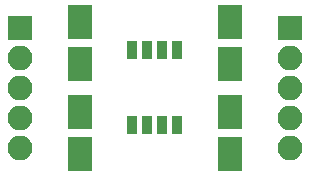
<source format=gbr>
G04 #@! TF.FileFunction,Soldermask,Top*
%FSLAX46Y46*%
G04 Gerber Fmt 4.6, Leading zero omitted, Abs format (unit mm)*
G04 Created by KiCad (PCBNEW 4.0.7) date Saturday, 05 May 2018 'PMt' 13:54:56*
%MOMM*%
%LPD*%
G01*
G04 APERTURE LIST*
%ADD10C,0.100000*%
%ADD11R,2.000000X3.000000*%
%ADD12R,0.908000X1.543000*%
%ADD13R,2.100000X2.100000*%
%ADD14O,2.100000X2.100000*%
G04 APERTURE END LIST*
D10*
D11*
X83820000Y-60430000D03*
X83820000Y-64030000D03*
X83820000Y-52810000D03*
X83820000Y-56410000D03*
X96520000Y-52810000D03*
X96520000Y-56410000D03*
X96520000Y-60430000D03*
X96520000Y-64030000D03*
D12*
X92075000Y-61595000D03*
X90805000Y-61595000D03*
X89535000Y-61595000D03*
X88265000Y-61595000D03*
X88265000Y-55245000D03*
X89535000Y-55245000D03*
X90805000Y-55245000D03*
X92075000Y-55245000D03*
D13*
X78740000Y-53340000D03*
D14*
X78740000Y-55880000D03*
X78740000Y-58420000D03*
X78740000Y-60960000D03*
X78740000Y-63500000D03*
D13*
X101600000Y-53340000D03*
D14*
X101600000Y-55880000D03*
X101600000Y-58420000D03*
X101600000Y-60960000D03*
X101600000Y-63500000D03*
M02*

</source>
